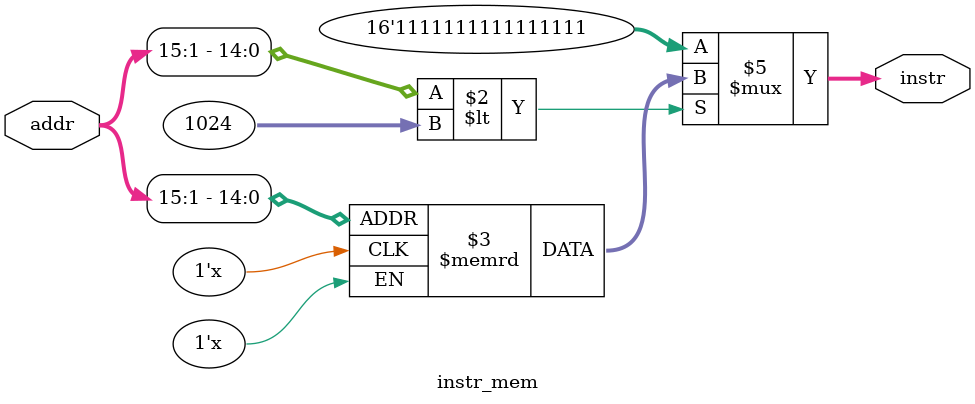
<source format=v>
`timescale 1ns/1ps
module instr_mem #(parameter DEPTH = 1024)(
    input [15:0] addr,
    output reg [15:0] instr
);
    reg [15:0] rom [0:DEPTH-1];
    always @(*) begin
        if (addr[15:1] < DEPTH)
            instr = rom[addr[15:1]];
        else
            instr = 16'hFFFF;
    end
endmodule

</source>
